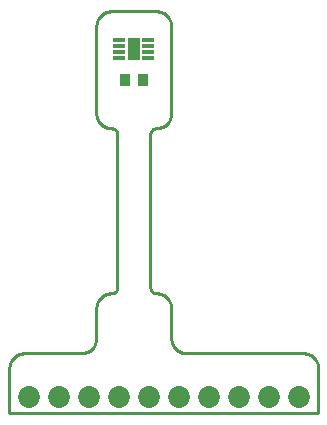
<source format=gbr>
G04 EAGLE Gerber RS-274X export*
G75*
%MOMM*%
%FSLAX34Y34*%
%LPD*%
%INSoldermask Top*%
%IPPOS*%
%AMOC8*
5,1,8,0,0,1.08239X$1,22.5*%
G01*
%ADD10R,1.053200X0.457200*%
%ADD11R,1.103200X1.903200*%
%ADD12R,0.965200X1.092200*%
%ADD13C,1.853200*%
%ADD14C,0.254000*%


D10*
X93160Y316110D03*
X93160Y311110D03*
X93160Y306110D03*
X93160Y301110D03*
X117660Y301110D03*
X117660Y306110D03*
X117660Y311110D03*
X117660Y316110D03*
D11*
X105410Y308610D03*
D12*
X97790Y281940D03*
X113030Y281940D03*
D13*
X16510Y13970D03*
X41910Y13970D03*
X67310Y13970D03*
X92710Y13970D03*
X118110Y13970D03*
X143510Y13970D03*
X168910Y13970D03*
X194310Y13970D03*
X219710Y13970D03*
X245110Y13970D03*
D14*
X0Y0D02*
X261620Y0D01*
X261620Y38100D01*
X261572Y39207D01*
X261427Y40305D01*
X261187Y41387D01*
X260854Y42444D01*
X260430Y43467D01*
X259919Y44450D01*
X259323Y45384D01*
X258649Y46263D01*
X257900Y47080D01*
X257083Y47829D01*
X256204Y48503D01*
X255270Y49099D01*
X254287Y49610D01*
X253264Y50034D01*
X252207Y50367D01*
X251125Y50607D01*
X250027Y50752D01*
X248920Y50800D01*
X149860Y50800D01*
X148753Y50848D01*
X147655Y50993D01*
X146573Y51233D01*
X145516Y51566D01*
X144493Y51990D01*
X143510Y52501D01*
X142576Y53097D01*
X141697Y53771D01*
X140880Y54520D01*
X140131Y55337D01*
X139457Y56216D01*
X138861Y57150D01*
X138350Y58133D01*
X137926Y59156D01*
X137593Y60213D01*
X137353Y61295D01*
X137208Y62393D01*
X137160Y63500D01*
X137160Y88900D01*
X137112Y90007D01*
X136967Y91105D01*
X136727Y92187D01*
X136394Y93244D01*
X135970Y94267D01*
X135459Y95250D01*
X134863Y96184D01*
X134189Y97063D01*
X133440Y97880D01*
X132623Y98629D01*
X131744Y99303D01*
X130810Y99899D01*
X129827Y100410D01*
X128804Y100834D01*
X127747Y101167D01*
X126665Y101407D01*
X125567Y101552D01*
X124460Y101600D01*
X124017Y101619D01*
X123578Y101677D01*
X123145Y101773D01*
X122723Y101906D01*
X122313Y102076D01*
X121920Y102281D01*
X121546Y102519D01*
X121195Y102789D01*
X120868Y103088D01*
X120569Y103415D01*
X120299Y103766D01*
X120061Y104140D01*
X119856Y104533D01*
X119686Y104943D01*
X119553Y105365D01*
X119457Y105798D01*
X119399Y106237D01*
X119380Y106680D01*
X119380Y236220D01*
X119399Y236663D01*
X119457Y237102D01*
X119553Y237535D01*
X119686Y237957D01*
X119856Y238367D01*
X120061Y238760D01*
X120299Y239134D01*
X120569Y239485D01*
X120868Y239812D01*
X121195Y240112D01*
X121546Y240381D01*
X121920Y240619D01*
X122313Y240824D01*
X122723Y240994D01*
X123145Y241127D01*
X123578Y241223D01*
X124017Y241281D01*
X124460Y241300D01*
X125567Y241348D01*
X126665Y241493D01*
X127747Y241733D01*
X128804Y242066D01*
X129827Y242490D01*
X130810Y243001D01*
X131744Y243597D01*
X132623Y244271D01*
X133440Y245020D01*
X134189Y245837D01*
X134863Y246716D01*
X135459Y247650D01*
X135970Y248633D01*
X136394Y249656D01*
X136727Y250713D01*
X136967Y251795D01*
X137112Y252893D01*
X137160Y254000D01*
X137160Y327660D01*
X137112Y328767D01*
X136967Y329865D01*
X136727Y330947D01*
X136394Y332004D01*
X135970Y333027D01*
X135459Y334010D01*
X134863Y334944D01*
X134189Y335823D01*
X133440Y336640D01*
X132623Y337389D01*
X131744Y338063D01*
X130810Y338659D01*
X129827Y339170D01*
X128804Y339594D01*
X127747Y339927D01*
X126665Y340167D01*
X125567Y340312D01*
X124460Y340360D01*
X86360Y340360D01*
X85253Y340312D01*
X84155Y340167D01*
X83073Y339927D01*
X82016Y339594D01*
X80993Y339170D01*
X80010Y338659D01*
X79076Y338063D01*
X78197Y337389D01*
X77380Y336640D01*
X76631Y335823D01*
X75957Y334944D01*
X75361Y334010D01*
X74850Y333027D01*
X74426Y332004D01*
X74093Y330947D01*
X73853Y329865D01*
X73708Y328767D01*
X73660Y327660D01*
X73660Y254000D01*
X73708Y252893D01*
X73853Y251795D01*
X74093Y250713D01*
X74426Y249656D01*
X74850Y248633D01*
X75361Y247650D01*
X75957Y246716D01*
X76631Y245837D01*
X77380Y245020D01*
X78197Y244271D01*
X79076Y243597D01*
X80010Y243001D01*
X80993Y242490D01*
X82016Y242066D01*
X83073Y241733D01*
X84155Y241493D01*
X85253Y241348D01*
X86360Y241300D01*
X86803Y241281D01*
X87242Y241223D01*
X87675Y241127D01*
X88097Y240994D01*
X88507Y240824D01*
X88900Y240619D01*
X89274Y240381D01*
X89625Y240112D01*
X89952Y239812D01*
X90252Y239485D01*
X90521Y239134D01*
X90759Y238760D01*
X90964Y238367D01*
X91134Y237957D01*
X91267Y237535D01*
X91363Y237102D01*
X91421Y236663D01*
X91440Y236220D01*
X91440Y106680D01*
X91421Y106237D01*
X91363Y105798D01*
X91267Y105365D01*
X91134Y104943D01*
X90964Y104533D01*
X90759Y104140D01*
X90521Y103766D01*
X90252Y103415D01*
X89952Y103088D01*
X89625Y102789D01*
X89274Y102519D01*
X88900Y102281D01*
X88507Y102076D01*
X88097Y101906D01*
X87675Y101773D01*
X87242Y101677D01*
X86803Y101619D01*
X86360Y101600D01*
X85253Y101552D01*
X84155Y101407D01*
X83073Y101167D01*
X82016Y100834D01*
X80993Y100410D01*
X80010Y99899D01*
X79076Y99303D01*
X78197Y98629D01*
X77380Y97880D01*
X76631Y97063D01*
X75957Y96184D01*
X75361Y95250D01*
X74850Y94267D01*
X74426Y93244D01*
X74093Y92187D01*
X73853Y91105D01*
X73708Y90007D01*
X73660Y88900D01*
X73660Y63500D01*
X73612Y62393D01*
X73467Y61295D01*
X73227Y60213D01*
X72894Y59156D01*
X72470Y58133D01*
X71959Y57150D01*
X71363Y56216D01*
X70689Y55337D01*
X69940Y54520D01*
X69123Y53771D01*
X68244Y53097D01*
X67310Y52501D01*
X66327Y51990D01*
X65304Y51566D01*
X64247Y51233D01*
X63165Y50993D01*
X62067Y50848D01*
X60960Y50800D01*
X12700Y50800D01*
X11593Y50752D01*
X10495Y50607D01*
X9413Y50367D01*
X8356Y50034D01*
X7333Y49610D01*
X6350Y49099D01*
X5416Y48503D01*
X4537Y47829D01*
X3720Y47080D01*
X2971Y46263D01*
X2297Y45384D01*
X1701Y44450D01*
X1190Y43467D01*
X766Y42444D01*
X433Y41387D01*
X193Y40305D01*
X48Y39207D01*
X0Y38100D01*
X0Y0D01*
M02*

</source>
